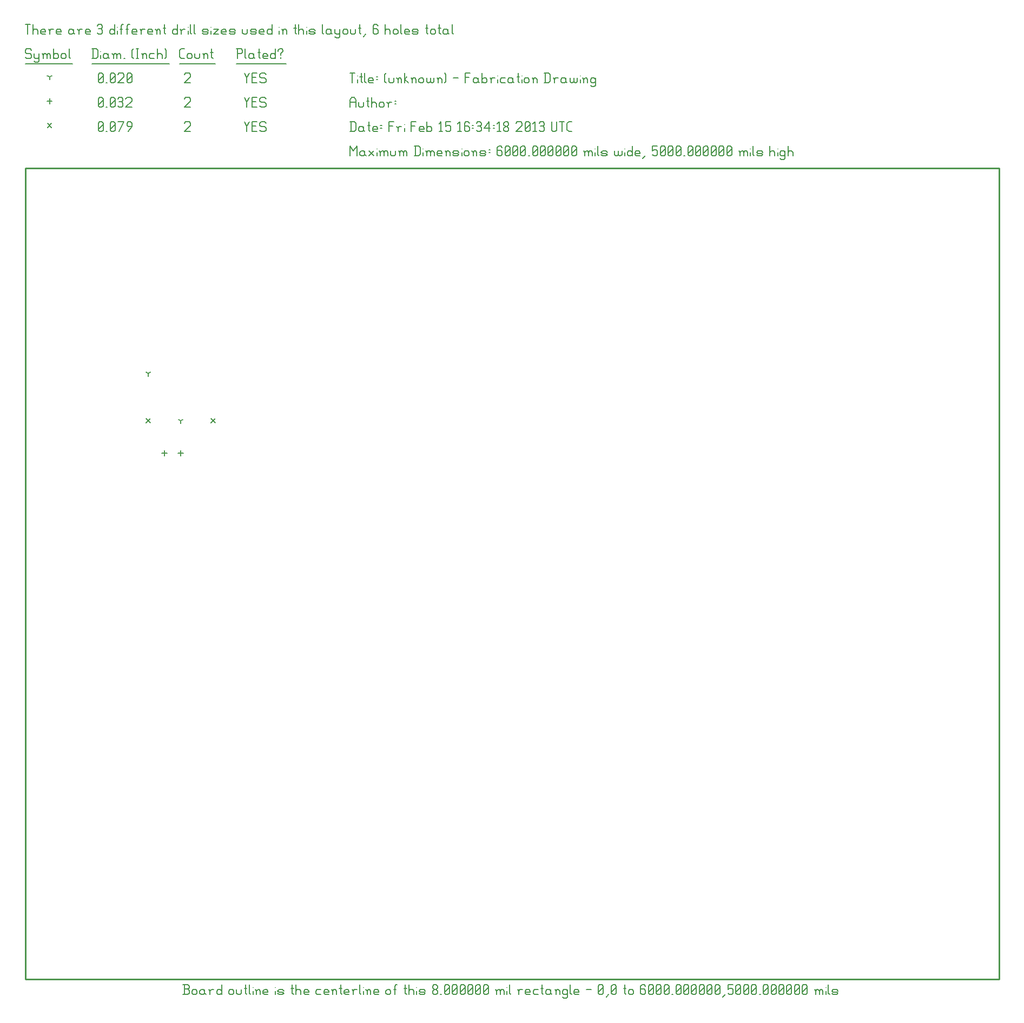
<source format=gbr>
G04 start of page 8 for group -3984 idx -3984 *
G04 Title: (unknown), fab *
G04 Creator: pcb 20110918 *
G04 CreationDate: Fri Feb 15 16:34:18 2013 UTC *
G04 For: fosse *
G04 Format: Gerber/RS-274X *
G04 PCB-Dimensions: 600000 500000 *
G04 PCB-Coordinate-Origin: lower left *
%MOIN*%
%FSLAX25Y25*%
%LNFAB*%
%ADD34C,0.0100*%
%ADD33C,0.0075*%
%ADD32C,0.0060*%
%ADD31C,0.0080*%
G54D31*X74587Y345491D02*X76987Y343091D01*
X74587D02*X76987Y345491D01*
X114587D02*X116987Y343091D01*
X114587D02*X116987Y345491D01*
X13800Y527450D02*X16200Y525050D01*
X13800D02*X16200Y527450D01*
G54D32*X135000Y528500D02*X136500Y525500D01*
X138000Y528500D01*
X136500Y525500D02*Y522500D01*
X139800Y525800D02*X142050D01*
X139800Y522500D02*X142800D01*
X139800Y528500D02*Y522500D01*
Y528500D02*X142800D01*
X147600D02*X148350Y527750D01*
X145350Y528500D02*X147600D01*
X144600Y527750D02*X145350Y528500D01*
X144600Y527750D02*Y526250D01*
X145350Y525500D01*
X147600D01*
X148350Y524750D01*
Y523250D01*
X147600Y522500D02*X148350Y523250D01*
X145350Y522500D02*X147600D01*
X144600Y523250D02*X145350Y522500D01*
X98000Y527750D02*X98750Y528500D01*
X101000D01*
X101750Y527750D01*
Y526250D01*
X98000Y522500D02*X101750Y526250D01*
X98000Y522500D02*X101750D01*
X45000Y523250D02*X45750Y522500D01*
X45000Y527750D02*Y523250D01*
Y527750D02*X45750Y528500D01*
X47250D01*
X48000Y527750D01*
Y523250D01*
X47250Y522500D02*X48000Y523250D01*
X45750Y522500D02*X47250D01*
X45000Y524000D02*X48000Y527000D01*
X49800Y522500D02*X50550D01*
X52350Y523250D02*X53100Y522500D01*
X52350Y527750D02*Y523250D01*
Y527750D02*X53100Y528500D01*
X54600D01*
X55350Y527750D01*
Y523250D01*
X54600Y522500D02*X55350Y523250D01*
X53100Y522500D02*X54600D01*
X52350Y524000D02*X55350Y527000D01*
X57900Y522500D02*X60900Y528500D01*
X57150D02*X60900D01*
X63450Y522500D02*X65700Y525500D01*
Y527750D02*Y525500D01*
X64950Y528500D02*X65700Y527750D01*
X63450Y528500D02*X64950D01*
X62700Y527750D02*X63450Y528500D01*
X62700Y527750D02*Y526250D01*
X63450Y525500D01*
X65700D01*
X85787Y325891D02*Y322691D01*
X84187Y324291D02*X87387D01*
X95787Y325891D02*Y322691D01*
X94187Y324291D02*X97387D01*
X15000Y542850D02*Y539650D01*
X13400Y541250D02*X16600D01*
X135000Y543500D02*X136500Y540500D01*
X138000Y543500D01*
X136500Y540500D02*Y537500D01*
X139800Y540800D02*X142050D01*
X139800Y537500D02*X142800D01*
X139800Y543500D02*Y537500D01*
Y543500D02*X142800D01*
X147600D02*X148350Y542750D01*
X145350Y543500D02*X147600D01*
X144600Y542750D02*X145350Y543500D01*
X144600Y542750D02*Y541250D01*
X145350Y540500D01*
X147600D01*
X148350Y539750D01*
Y538250D01*
X147600Y537500D02*X148350Y538250D01*
X145350Y537500D02*X147600D01*
X144600Y538250D02*X145350Y537500D01*
X98000Y542750D02*X98750Y543500D01*
X101000D01*
X101750Y542750D01*
Y541250D01*
X98000Y537500D02*X101750Y541250D01*
X98000Y537500D02*X101750D01*
X45000Y538250D02*X45750Y537500D01*
X45000Y542750D02*Y538250D01*
Y542750D02*X45750Y543500D01*
X47250D01*
X48000Y542750D01*
Y538250D01*
X47250Y537500D02*X48000Y538250D01*
X45750Y537500D02*X47250D01*
X45000Y539000D02*X48000Y542000D01*
X49800Y537500D02*X50550D01*
X52350Y538250D02*X53100Y537500D01*
X52350Y542750D02*Y538250D01*
Y542750D02*X53100Y543500D01*
X54600D01*
X55350Y542750D01*
Y538250D01*
X54600Y537500D02*X55350Y538250D01*
X53100Y537500D02*X54600D01*
X52350Y539000D02*X55350Y542000D01*
X57150Y542750D02*X57900Y543500D01*
X59400D01*
X60150Y542750D01*
X59400Y537500D02*X60150Y538250D01*
X57900Y537500D02*X59400D01*
X57150Y538250D02*X57900Y537500D01*
Y540800D02*X59400D01*
X60150Y542750D02*Y541550D01*
Y540050D02*Y538250D01*
Y540050D02*X59400Y540800D01*
X60150Y541550D02*X59400Y540800D01*
X61950Y542750D02*X62700Y543500D01*
X64950D01*
X65700Y542750D01*
Y541250D01*
X61950Y537500D02*X65700Y541250D01*
X61950Y537500D02*X65700D01*
X95787Y344291D02*Y342691D01*
Y344291D02*X97174Y345091D01*
X95787Y344291D02*X94401Y345091D01*
X75787Y373307D02*Y371707D01*
Y373307D02*X77174Y374107D01*
X75787Y373307D02*X74400Y374107D01*
X15000Y556250D02*Y554650D01*
Y556250D02*X16387Y557050D01*
X15000Y556250D02*X13613Y557050D01*
X135000Y558500D02*X136500Y555500D01*
X138000Y558500D01*
X136500Y555500D02*Y552500D01*
X139800Y555800D02*X142050D01*
X139800Y552500D02*X142800D01*
X139800Y558500D02*Y552500D01*
Y558500D02*X142800D01*
X147600D02*X148350Y557750D01*
X145350Y558500D02*X147600D01*
X144600Y557750D02*X145350Y558500D01*
X144600Y557750D02*Y556250D01*
X145350Y555500D01*
X147600D01*
X148350Y554750D01*
Y553250D01*
X147600Y552500D02*X148350Y553250D01*
X145350Y552500D02*X147600D01*
X144600Y553250D02*X145350Y552500D01*
X98000Y557750D02*X98750Y558500D01*
X101000D01*
X101750Y557750D01*
Y556250D01*
X98000Y552500D02*X101750Y556250D01*
X98000Y552500D02*X101750D01*
X45000Y553250D02*X45750Y552500D01*
X45000Y557750D02*Y553250D01*
Y557750D02*X45750Y558500D01*
X47250D01*
X48000Y557750D01*
Y553250D01*
X47250Y552500D02*X48000Y553250D01*
X45750Y552500D02*X47250D01*
X45000Y554000D02*X48000Y557000D01*
X49800Y552500D02*X50550D01*
X52350Y553250D02*X53100Y552500D01*
X52350Y557750D02*Y553250D01*
Y557750D02*X53100Y558500D01*
X54600D01*
X55350Y557750D01*
Y553250D01*
X54600Y552500D02*X55350Y553250D01*
X53100Y552500D02*X54600D01*
X52350Y554000D02*X55350Y557000D01*
X57150Y557750D02*X57900Y558500D01*
X60150D01*
X60900Y557750D01*
Y556250D01*
X57150Y552500D02*X60900Y556250D01*
X57150Y552500D02*X60900D01*
X62700Y553250D02*X63450Y552500D01*
X62700Y557750D02*Y553250D01*
Y557750D02*X63450Y558500D01*
X64950D01*
X65700Y557750D01*
Y553250D01*
X64950Y552500D02*X65700Y553250D01*
X63450Y552500D02*X64950D01*
X62700Y554000D02*X65700Y557000D01*
X3000Y573500D02*X3750Y572750D01*
X750Y573500D02*X3000D01*
X0Y572750D02*X750Y573500D01*
X0Y572750D02*Y571250D01*
X750Y570500D01*
X3000D01*
X3750Y569750D01*
Y568250D01*
X3000Y567500D02*X3750Y568250D01*
X750Y567500D02*X3000D01*
X0Y568250D02*X750Y567500D01*
X5550Y570500D02*Y568250D01*
X6300Y567500D01*
X8550Y570500D02*Y566000D01*
X7800Y565250D02*X8550Y566000D01*
X6300Y565250D02*X7800D01*
X5550Y566000D02*X6300Y565250D01*
Y567500D02*X7800D01*
X8550Y568250D01*
X11100Y569750D02*Y567500D01*
Y569750D02*X11850Y570500D01*
X12600D01*
X13350Y569750D01*
Y567500D01*
Y569750D02*X14100Y570500D01*
X14850D01*
X15600Y569750D01*
Y567500D01*
X10350Y570500D02*X11100Y569750D01*
X17400Y573500D02*Y567500D01*
Y568250D02*X18150Y567500D01*
X19650D01*
X20400Y568250D01*
Y569750D02*Y568250D01*
X19650Y570500D02*X20400Y569750D01*
X18150Y570500D02*X19650D01*
X17400Y569750D02*X18150Y570500D01*
X22200Y569750D02*Y568250D01*
Y569750D02*X22950Y570500D01*
X24450D01*
X25200Y569750D01*
Y568250D01*
X24450Y567500D02*X25200Y568250D01*
X22950Y567500D02*X24450D01*
X22200Y568250D02*X22950Y567500D01*
X27000Y573500D02*Y568250D01*
X27750Y567500D01*
X0Y564250D02*X29250D01*
X41750Y573500D02*Y567500D01*
X43700Y573500D02*X44750Y572450D01*
Y568550D01*
X43700Y567500D02*X44750Y568550D01*
X41000Y567500D02*X43700D01*
X41000Y573500D02*X43700D01*
G54D33*X46550Y572000D02*Y571850D01*
G54D32*Y569750D02*Y567500D01*
X50300Y570500D02*X51050Y569750D01*
X48800Y570500D02*X50300D01*
X48050Y569750D02*X48800Y570500D01*
X48050Y569750D02*Y568250D01*
X48800Y567500D01*
X51050Y570500D02*Y568250D01*
X51800Y567500D01*
X48800D02*X50300D01*
X51050Y568250D01*
X54350Y569750D02*Y567500D01*
Y569750D02*X55100Y570500D01*
X55850D01*
X56600Y569750D01*
Y567500D01*
Y569750D02*X57350Y570500D01*
X58100D01*
X58850Y569750D01*
Y567500D01*
X53600Y570500D02*X54350Y569750D01*
X60650Y567500D02*X61400D01*
X65900Y568250D02*X66650Y567500D01*
X65900Y572750D02*X66650Y573500D01*
X65900Y572750D02*Y568250D01*
X68450Y573500D02*X69950D01*
X69200D02*Y567500D01*
X68450D02*X69950D01*
X72500Y569750D02*Y567500D01*
Y569750D02*X73250Y570500D01*
X74000D01*
X74750Y569750D01*
Y567500D01*
X71750Y570500D02*X72500Y569750D01*
X77300Y570500D02*X79550D01*
X76550Y569750D02*X77300Y570500D01*
X76550Y569750D02*Y568250D01*
X77300Y567500D01*
X79550D01*
X81350Y573500D02*Y567500D01*
Y569750D02*X82100Y570500D01*
X83600D01*
X84350Y569750D01*
Y567500D01*
X86150Y573500D02*X86900Y572750D01*
Y568250D01*
X86150Y567500D02*X86900Y568250D01*
X41000Y564250D02*X88700D01*
X96050Y567500D02*X98000D01*
X95000Y568550D02*X96050Y567500D01*
X95000Y572450D02*Y568550D01*
Y572450D02*X96050Y573500D01*
X98000D01*
X99800Y569750D02*Y568250D01*
Y569750D02*X100550Y570500D01*
X102050D01*
X102800Y569750D01*
Y568250D01*
X102050Y567500D02*X102800Y568250D01*
X100550Y567500D02*X102050D01*
X99800Y568250D02*X100550Y567500D01*
X104600Y570500D02*Y568250D01*
X105350Y567500D01*
X106850D01*
X107600Y568250D01*
Y570500D02*Y568250D01*
X110150Y569750D02*Y567500D01*
Y569750D02*X110900Y570500D01*
X111650D01*
X112400Y569750D01*
Y567500D01*
X109400Y570500D02*X110150Y569750D01*
X114950Y573500D02*Y568250D01*
X115700Y567500D01*
X114200Y571250D02*X115700D01*
X95000Y564250D02*X117200D01*
X130750Y573500D02*Y567500D01*
X130000Y573500D02*X133000D01*
X133750Y572750D01*
Y571250D01*
X133000Y570500D02*X133750Y571250D01*
X130750Y570500D02*X133000D01*
X135550Y573500D02*Y568250D01*
X136300Y567500D01*
X140050Y570500D02*X140800Y569750D01*
X138550Y570500D02*X140050D01*
X137800Y569750D02*X138550Y570500D01*
X137800Y569750D02*Y568250D01*
X138550Y567500D01*
X140800Y570500D02*Y568250D01*
X141550Y567500D01*
X138550D02*X140050D01*
X140800Y568250D01*
X144100Y573500D02*Y568250D01*
X144850Y567500D01*
X143350Y571250D02*X144850D01*
X147100Y567500D02*X149350D01*
X146350Y568250D02*X147100Y567500D01*
X146350Y569750D02*Y568250D01*
Y569750D02*X147100Y570500D01*
X148600D01*
X149350Y569750D01*
X146350Y569000D02*X149350D01*
Y569750D02*Y569000D01*
X154150Y573500D02*Y567500D01*
X153400D02*X154150Y568250D01*
X151900Y567500D02*X153400D01*
X151150Y568250D02*X151900Y567500D01*
X151150Y569750D02*Y568250D01*
Y569750D02*X151900Y570500D01*
X153400D01*
X154150Y569750D01*
X157450Y570500D02*Y569750D01*
Y568250D02*Y567500D01*
X155950Y572750D02*Y572000D01*
Y572750D02*X156700Y573500D01*
X158200D01*
X158950Y572750D01*
Y572000D01*
X157450Y570500D02*X158950Y572000D01*
X130000Y564250D02*X160750D01*
X0Y588500D02*X3000D01*
X1500D02*Y582500D01*
X4800Y588500D02*Y582500D01*
Y584750D02*X5550Y585500D01*
X7050D01*
X7800Y584750D01*
Y582500D01*
X10350D02*X12600D01*
X9600Y583250D02*X10350Y582500D01*
X9600Y584750D02*Y583250D01*
Y584750D02*X10350Y585500D01*
X11850D01*
X12600Y584750D01*
X9600Y584000D02*X12600D01*
Y584750D02*Y584000D01*
X15150Y584750D02*Y582500D01*
Y584750D02*X15900Y585500D01*
X17400D01*
X14400D02*X15150Y584750D01*
X19950Y582500D02*X22200D01*
X19200Y583250D02*X19950Y582500D01*
X19200Y584750D02*Y583250D01*
Y584750D02*X19950Y585500D01*
X21450D01*
X22200Y584750D01*
X19200Y584000D02*X22200D01*
Y584750D02*Y584000D01*
X28950Y585500D02*X29700Y584750D01*
X27450Y585500D02*X28950D01*
X26700Y584750D02*X27450Y585500D01*
X26700Y584750D02*Y583250D01*
X27450Y582500D01*
X29700Y585500D02*Y583250D01*
X30450Y582500D01*
X27450D02*X28950D01*
X29700Y583250D01*
X33000Y584750D02*Y582500D01*
Y584750D02*X33750Y585500D01*
X35250D01*
X32250D02*X33000Y584750D01*
X37800Y582500D02*X40050D01*
X37050Y583250D02*X37800Y582500D01*
X37050Y584750D02*Y583250D01*
Y584750D02*X37800Y585500D01*
X39300D01*
X40050Y584750D01*
X37050Y584000D02*X40050D01*
Y584750D02*Y584000D01*
X44550Y587750D02*X45300Y588500D01*
X46800D01*
X47550Y587750D01*
X46800Y582500D02*X47550Y583250D01*
X45300Y582500D02*X46800D01*
X44550Y583250D02*X45300Y582500D01*
Y585800D02*X46800D01*
X47550Y587750D02*Y586550D01*
Y585050D02*Y583250D01*
Y585050D02*X46800Y585800D01*
X47550Y586550D02*X46800Y585800D01*
X55050Y588500D02*Y582500D01*
X54300D02*X55050Y583250D01*
X52800Y582500D02*X54300D01*
X52050Y583250D02*X52800Y582500D01*
X52050Y584750D02*Y583250D01*
Y584750D02*X52800Y585500D01*
X54300D01*
X55050Y584750D01*
G54D33*X56850Y587000D02*Y586850D01*
G54D32*Y584750D02*Y582500D01*
X59100Y587750D02*Y582500D01*
Y587750D02*X59850Y588500D01*
X60600D01*
X58350Y585500D02*X59850D01*
X62850Y587750D02*Y582500D01*
Y587750D02*X63600Y588500D01*
X64350D01*
X62100Y585500D02*X63600D01*
X66600Y582500D02*X68850D01*
X65850Y583250D02*X66600Y582500D01*
X65850Y584750D02*Y583250D01*
Y584750D02*X66600Y585500D01*
X68100D01*
X68850Y584750D01*
X65850Y584000D02*X68850D01*
Y584750D02*Y584000D01*
X71400Y584750D02*Y582500D01*
Y584750D02*X72150Y585500D01*
X73650D01*
X70650D02*X71400Y584750D01*
X76200Y582500D02*X78450D01*
X75450Y583250D02*X76200Y582500D01*
X75450Y584750D02*Y583250D01*
Y584750D02*X76200Y585500D01*
X77700D01*
X78450Y584750D01*
X75450Y584000D02*X78450D01*
Y584750D02*Y584000D01*
X81000Y584750D02*Y582500D01*
Y584750D02*X81750Y585500D01*
X82500D01*
X83250Y584750D01*
Y582500D01*
X80250Y585500D02*X81000Y584750D01*
X85800Y588500D02*Y583250D01*
X86550Y582500D01*
X85050Y586250D02*X86550D01*
X93750Y588500D02*Y582500D01*
X93000D02*X93750Y583250D01*
X91500Y582500D02*X93000D01*
X90750Y583250D02*X91500Y582500D01*
X90750Y584750D02*Y583250D01*
Y584750D02*X91500Y585500D01*
X93000D01*
X93750Y584750D01*
X96300D02*Y582500D01*
Y584750D02*X97050Y585500D01*
X98550D01*
X95550D02*X96300Y584750D01*
G54D33*X100350Y587000D02*Y586850D01*
G54D32*Y584750D02*Y582500D01*
X101850Y588500D02*Y583250D01*
X102600Y582500D01*
X104100Y588500D02*Y583250D01*
X104850Y582500D01*
X109800D02*X112050D01*
X112800Y583250D01*
X112050Y584000D02*X112800Y583250D01*
X109800Y584000D02*X112050D01*
X109050Y584750D02*X109800Y584000D01*
X109050Y584750D02*X109800Y585500D01*
X112050D01*
X112800Y584750D01*
X109050Y583250D02*X109800Y582500D01*
G54D33*X114600Y587000D02*Y586850D01*
G54D32*Y584750D02*Y582500D01*
X116100Y585500D02*X119100D01*
X116100Y582500D02*X119100Y585500D01*
X116100Y582500D02*X119100D01*
X121650D02*X123900D01*
X120900Y583250D02*X121650Y582500D01*
X120900Y584750D02*Y583250D01*
Y584750D02*X121650Y585500D01*
X123150D01*
X123900Y584750D01*
X120900Y584000D02*X123900D01*
Y584750D02*Y584000D01*
X126450Y582500D02*X128700D01*
X129450Y583250D01*
X128700Y584000D02*X129450Y583250D01*
X126450Y584000D02*X128700D01*
X125700Y584750D02*X126450Y584000D01*
X125700Y584750D02*X126450Y585500D01*
X128700D01*
X129450Y584750D01*
X125700Y583250D02*X126450Y582500D01*
X133950Y585500D02*Y583250D01*
X134700Y582500D01*
X136200D01*
X136950Y583250D01*
Y585500D02*Y583250D01*
X139500Y582500D02*X141750D01*
X142500Y583250D01*
X141750Y584000D02*X142500Y583250D01*
X139500Y584000D02*X141750D01*
X138750Y584750D02*X139500Y584000D01*
X138750Y584750D02*X139500Y585500D01*
X141750D01*
X142500Y584750D01*
X138750Y583250D02*X139500Y582500D01*
X145050D02*X147300D01*
X144300Y583250D02*X145050Y582500D01*
X144300Y584750D02*Y583250D01*
Y584750D02*X145050Y585500D01*
X146550D01*
X147300Y584750D01*
X144300Y584000D02*X147300D01*
Y584750D02*Y584000D01*
X152100Y588500D02*Y582500D01*
X151350D02*X152100Y583250D01*
X149850Y582500D02*X151350D01*
X149100Y583250D02*X149850Y582500D01*
X149100Y584750D02*Y583250D01*
Y584750D02*X149850Y585500D01*
X151350D01*
X152100Y584750D01*
G54D33*X156600Y587000D02*Y586850D01*
G54D32*Y584750D02*Y582500D01*
X158850Y584750D02*Y582500D01*
Y584750D02*X159600Y585500D01*
X160350D01*
X161100Y584750D01*
Y582500D01*
X158100Y585500D02*X158850Y584750D01*
X166350Y588500D02*Y583250D01*
X167100Y582500D01*
X165600Y586250D02*X167100D01*
X168600Y588500D02*Y582500D01*
Y584750D02*X169350Y585500D01*
X170850D01*
X171600Y584750D01*
Y582500D01*
G54D33*X173400Y587000D02*Y586850D01*
G54D32*Y584750D02*Y582500D01*
X175650D02*X177900D01*
X178650Y583250D01*
X177900Y584000D02*X178650Y583250D01*
X175650Y584000D02*X177900D01*
X174900Y584750D02*X175650Y584000D01*
X174900Y584750D02*X175650Y585500D01*
X177900D01*
X178650Y584750D01*
X174900Y583250D02*X175650Y582500D01*
X183150Y588500D02*Y583250D01*
X183900Y582500D01*
X187650Y585500D02*X188400Y584750D01*
X186150Y585500D02*X187650D01*
X185400Y584750D02*X186150Y585500D01*
X185400Y584750D02*Y583250D01*
X186150Y582500D01*
X188400Y585500D02*Y583250D01*
X189150Y582500D01*
X186150D02*X187650D01*
X188400Y583250D01*
X190950Y585500D02*Y583250D01*
X191700Y582500D01*
X193950Y585500D02*Y581000D01*
X193200Y580250D02*X193950Y581000D01*
X191700Y580250D02*X193200D01*
X190950Y581000D02*X191700Y580250D01*
Y582500D02*X193200D01*
X193950Y583250D01*
X195750Y584750D02*Y583250D01*
Y584750D02*X196500Y585500D01*
X198000D01*
X198750Y584750D01*
Y583250D01*
X198000Y582500D02*X198750Y583250D01*
X196500Y582500D02*X198000D01*
X195750Y583250D02*X196500Y582500D01*
X200550Y585500D02*Y583250D01*
X201300Y582500D01*
X202800D01*
X203550Y583250D01*
Y585500D02*Y583250D01*
X206100Y588500D02*Y583250D01*
X206850Y582500D01*
X205350Y586250D02*X206850D01*
X208350Y581000D02*X209850Y582500D01*
X216600Y588500D02*X217350Y587750D01*
X215100Y588500D02*X216600D01*
X214350Y587750D02*X215100Y588500D01*
X214350Y587750D02*Y583250D01*
X215100Y582500D01*
X216600Y585800D02*X217350Y585050D01*
X214350Y585800D02*X216600D01*
X215100Y582500D02*X216600D01*
X217350Y583250D01*
Y585050D02*Y583250D01*
X221850Y588500D02*Y582500D01*
Y584750D02*X222600Y585500D01*
X224100D01*
X224850Y584750D01*
Y582500D01*
X226650Y584750D02*Y583250D01*
Y584750D02*X227400Y585500D01*
X228900D01*
X229650Y584750D01*
Y583250D01*
X228900Y582500D02*X229650Y583250D01*
X227400Y582500D02*X228900D01*
X226650Y583250D02*X227400Y582500D01*
X231450Y588500D02*Y583250D01*
X232200Y582500D01*
X234450D02*X236700D01*
X233700Y583250D02*X234450Y582500D01*
X233700Y584750D02*Y583250D01*
Y584750D02*X234450Y585500D01*
X235950D01*
X236700Y584750D01*
X233700Y584000D02*X236700D01*
Y584750D02*Y584000D01*
X239250Y582500D02*X241500D01*
X242250Y583250D01*
X241500Y584000D02*X242250Y583250D01*
X239250Y584000D02*X241500D01*
X238500Y584750D02*X239250Y584000D01*
X238500Y584750D02*X239250Y585500D01*
X241500D01*
X242250Y584750D01*
X238500Y583250D02*X239250Y582500D01*
X247500Y588500D02*Y583250D01*
X248250Y582500D01*
X246750Y586250D02*X248250D01*
X249750Y584750D02*Y583250D01*
Y584750D02*X250500Y585500D01*
X252000D01*
X252750Y584750D01*
Y583250D01*
X252000Y582500D02*X252750Y583250D01*
X250500Y582500D02*X252000D01*
X249750Y583250D02*X250500Y582500D01*
X255300Y588500D02*Y583250D01*
X256050Y582500D01*
X254550Y586250D02*X256050D01*
X259800Y585500D02*X260550Y584750D01*
X258300Y585500D02*X259800D01*
X257550Y584750D02*X258300Y585500D01*
X257550Y584750D02*Y583250D01*
X258300Y582500D01*
X260550Y585500D02*Y583250D01*
X261300Y582500D01*
X258300D02*X259800D01*
X260550Y583250D01*
X263100Y588500D02*Y583250D01*
X263850Y582500D01*
G54D34*X0Y500000D02*X600000D01*
X0D02*Y0D01*
X600000Y500000D02*Y0D01*
X0D02*X600000D01*
G54D32*X200000Y513500D02*Y507500D01*
Y513500D02*X202250Y510500D01*
X204500Y513500D01*
Y507500D01*
X208550Y510500D02*X209300Y509750D01*
X207050Y510500D02*X208550D01*
X206300Y509750D02*X207050Y510500D01*
X206300Y509750D02*Y508250D01*
X207050Y507500D01*
X209300Y510500D02*Y508250D01*
X210050Y507500D01*
X207050D02*X208550D01*
X209300Y508250D01*
X211850Y510500D02*X214850Y507500D01*
X211850D02*X214850Y510500D01*
G54D33*X216650Y512000D02*Y511850D01*
G54D32*Y509750D02*Y507500D01*
X218900Y509750D02*Y507500D01*
Y509750D02*X219650Y510500D01*
X220400D01*
X221150Y509750D01*
Y507500D01*
Y509750D02*X221900Y510500D01*
X222650D01*
X223400Y509750D01*
Y507500D01*
X218150Y510500D02*X218900Y509750D01*
X225200Y510500D02*Y508250D01*
X225950Y507500D01*
X227450D01*
X228200Y508250D01*
Y510500D02*Y508250D01*
X230750Y509750D02*Y507500D01*
Y509750D02*X231500Y510500D01*
X232250D01*
X233000Y509750D01*
Y507500D01*
Y509750D02*X233750Y510500D01*
X234500D01*
X235250Y509750D01*
Y507500D01*
X230000Y510500D02*X230750Y509750D01*
X240500Y513500D02*Y507500D01*
X242450Y513500D02*X243500Y512450D01*
Y508550D01*
X242450Y507500D02*X243500Y508550D01*
X239750Y507500D02*X242450D01*
X239750Y513500D02*X242450D01*
G54D33*X245300Y512000D02*Y511850D01*
G54D32*Y509750D02*Y507500D01*
X247550Y509750D02*Y507500D01*
Y509750D02*X248300Y510500D01*
X249050D01*
X249800Y509750D01*
Y507500D01*
Y509750D02*X250550Y510500D01*
X251300D01*
X252050Y509750D01*
Y507500D01*
X246800Y510500D02*X247550Y509750D01*
X254600Y507500D02*X256850D01*
X253850Y508250D02*X254600Y507500D01*
X253850Y509750D02*Y508250D01*
Y509750D02*X254600Y510500D01*
X256100D01*
X256850Y509750D01*
X253850Y509000D02*X256850D01*
Y509750D02*Y509000D01*
X259400Y509750D02*Y507500D01*
Y509750D02*X260150Y510500D01*
X260900D01*
X261650Y509750D01*
Y507500D01*
X258650Y510500D02*X259400Y509750D01*
X264200Y507500D02*X266450D01*
X267200Y508250D01*
X266450Y509000D02*X267200Y508250D01*
X264200Y509000D02*X266450D01*
X263450Y509750D02*X264200Y509000D01*
X263450Y509750D02*X264200Y510500D01*
X266450D01*
X267200Y509750D01*
X263450Y508250D02*X264200Y507500D01*
G54D33*X269000Y512000D02*Y511850D01*
G54D32*Y509750D02*Y507500D01*
X270500Y509750D02*Y508250D01*
Y509750D02*X271250Y510500D01*
X272750D01*
X273500Y509750D01*
Y508250D01*
X272750Y507500D02*X273500Y508250D01*
X271250Y507500D02*X272750D01*
X270500Y508250D02*X271250Y507500D01*
X276050Y509750D02*Y507500D01*
Y509750D02*X276800Y510500D01*
X277550D01*
X278300Y509750D01*
Y507500D01*
X275300Y510500D02*X276050Y509750D01*
X280850Y507500D02*X283100D01*
X283850Y508250D01*
X283100Y509000D02*X283850Y508250D01*
X280850Y509000D02*X283100D01*
X280100Y509750D02*X280850Y509000D01*
X280100Y509750D02*X280850Y510500D01*
X283100D01*
X283850Y509750D01*
X280100Y508250D02*X280850Y507500D01*
X285650Y511250D02*X286400D01*
X285650Y509750D02*X286400D01*
X293150Y513500D02*X293900Y512750D01*
X291650Y513500D02*X293150D01*
X290900Y512750D02*X291650Y513500D01*
X290900Y512750D02*Y508250D01*
X291650Y507500D01*
X293150Y510800D02*X293900Y510050D01*
X290900Y510800D02*X293150D01*
X291650Y507500D02*X293150D01*
X293900Y508250D01*
Y510050D02*Y508250D01*
X295700D02*X296450Y507500D01*
X295700Y512750D02*Y508250D01*
Y512750D02*X296450Y513500D01*
X297950D01*
X298700Y512750D01*
Y508250D01*
X297950Y507500D02*X298700Y508250D01*
X296450Y507500D02*X297950D01*
X295700Y509000D02*X298700Y512000D01*
X300500Y508250D02*X301250Y507500D01*
X300500Y512750D02*Y508250D01*
Y512750D02*X301250Y513500D01*
X302750D01*
X303500Y512750D01*
Y508250D01*
X302750Y507500D02*X303500Y508250D01*
X301250Y507500D02*X302750D01*
X300500Y509000D02*X303500Y512000D01*
X305300Y508250D02*X306050Y507500D01*
X305300Y512750D02*Y508250D01*
Y512750D02*X306050Y513500D01*
X307550D01*
X308300Y512750D01*
Y508250D01*
X307550Y507500D02*X308300Y508250D01*
X306050Y507500D02*X307550D01*
X305300Y509000D02*X308300Y512000D01*
X310100Y507500D02*X310850D01*
X312650Y508250D02*X313400Y507500D01*
X312650Y512750D02*Y508250D01*
Y512750D02*X313400Y513500D01*
X314900D01*
X315650Y512750D01*
Y508250D01*
X314900Y507500D02*X315650Y508250D01*
X313400Y507500D02*X314900D01*
X312650Y509000D02*X315650Y512000D01*
X317450Y508250D02*X318200Y507500D01*
X317450Y512750D02*Y508250D01*
Y512750D02*X318200Y513500D01*
X319700D01*
X320450Y512750D01*
Y508250D01*
X319700Y507500D02*X320450Y508250D01*
X318200Y507500D02*X319700D01*
X317450Y509000D02*X320450Y512000D01*
X322250Y508250D02*X323000Y507500D01*
X322250Y512750D02*Y508250D01*
Y512750D02*X323000Y513500D01*
X324500D01*
X325250Y512750D01*
Y508250D01*
X324500Y507500D02*X325250Y508250D01*
X323000Y507500D02*X324500D01*
X322250Y509000D02*X325250Y512000D01*
X327050Y508250D02*X327800Y507500D01*
X327050Y512750D02*Y508250D01*
Y512750D02*X327800Y513500D01*
X329300D01*
X330050Y512750D01*
Y508250D01*
X329300Y507500D02*X330050Y508250D01*
X327800Y507500D02*X329300D01*
X327050Y509000D02*X330050Y512000D01*
X331850Y508250D02*X332600Y507500D01*
X331850Y512750D02*Y508250D01*
Y512750D02*X332600Y513500D01*
X334100D01*
X334850Y512750D01*
Y508250D01*
X334100Y507500D02*X334850Y508250D01*
X332600Y507500D02*X334100D01*
X331850Y509000D02*X334850Y512000D01*
X336650Y508250D02*X337400Y507500D01*
X336650Y512750D02*Y508250D01*
Y512750D02*X337400Y513500D01*
X338900D01*
X339650Y512750D01*
Y508250D01*
X338900Y507500D02*X339650Y508250D01*
X337400Y507500D02*X338900D01*
X336650Y509000D02*X339650Y512000D01*
X344900Y509750D02*Y507500D01*
Y509750D02*X345650Y510500D01*
X346400D01*
X347150Y509750D01*
Y507500D01*
Y509750D02*X347900Y510500D01*
X348650D01*
X349400Y509750D01*
Y507500D01*
X344150Y510500D02*X344900Y509750D01*
G54D33*X351200Y512000D02*Y511850D01*
G54D32*Y509750D02*Y507500D01*
X352700Y513500D02*Y508250D01*
X353450Y507500D01*
X355700D02*X357950D01*
X358700Y508250D01*
X357950Y509000D02*X358700Y508250D01*
X355700Y509000D02*X357950D01*
X354950Y509750D02*X355700Y509000D01*
X354950Y509750D02*X355700Y510500D01*
X357950D01*
X358700Y509750D01*
X354950Y508250D02*X355700Y507500D01*
X363200Y510500D02*Y508250D01*
X363950Y507500D01*
X364700D01*
X365450Y508250D01*
Y510500D02*Y508250D01*
X366200Y507500D01*
X366950D01*
X367700Y508250D01*
Y510500D02*Y508250D01*
G54D33*X369500Y512000D02*Y511850D01*
G54D32*Y509750D02*Y507500D01*
X374000Y513500D02*Y507500D01*
X373250D02*X374000Y508250D01*
X371750Y507500D02*X373250D01*
X371000Y508250D02*X371750Y507500D01*
X371000Y509750D02*Y508250D01*
Y509750D02*X371750Y510500D01*
X373250D01*
X374000Y509750D01*
X376550Y507500D02*X378800D01*
X375800Y508250D02*X376550Y507500D01*
X375800Y509750D02*Y508250D01*
Y509750D02*X376550Y510500D01*
X378050D01*
X378800Y509750D01*
X375800Y509000D02*X378800D01*
Y509750D02*Y509000D01*
X380600Y506000D02*X382100Y507500D01*
X386600Y513500D02*X389600D01*
X386600D02*Y510500D01*
X387350Y511250D01*
X388850D01*
X389600Y510500D01*
Y508250D01*
X388850Y507500D02*X389600Y508250D01*
X387350Y507500D02*X388850D01*
X386600Y508250D02*X387350Y507500D01*
X391400Y508250D02*X392150Y507500D01*
X391400Y512750D02*Y508250D01*
Y512750D02*X392150Y513500D01*
X393650D01*
X394400Y512750D01*
Y508250D01*
X393650Y507500D02*X394400Y508250D01*
X392150Y507500D02*X393650D01*
X391400Y509000D02*X394400Y512000D01*
X396200Y508250D02*X396950Y507500D01*
X396200Y512750D02*Y508250D01*
Y512750D02*X396950Y513500D01*
X398450D01*
X399200Y512750D01*
Y508250D01*
X398450Y507500D02*X399200Y508250D01*
X396950Y507500D02*X398450D01*
X396200Y509000D02*X399200Y512000D01*
X401000Y508250D02*X401750Y507500D01*
X401000Y512750D02*Y508250D01*
Y512750D02*X401750Y513500D01*
X403250D01*
X404000Y512750D01*
Y508250D01*
X403250Y507500D02*X404000Y508250D01*
X401750Y507500D02*X403250D01*
X401000Y509000D02*X404000Y512000D01*
X405800Y507500D02*X406550D01*
X408350Y508250D02*X409100Y507500D01*
X408350Y512750D02*Y508250D01*
Y512750D02*X409100Y513500D01*
X410600D01*
X411350Y512750D01*
Y508250D01*
X410600Y507500D02*X411350Y508250D01*
X409100Y507500D02*X410600D01*
X408350Y509000D02*X411350Y512000D01*
X413150Y508250D02*X413900Y507500D01*
X413150Y512750D02*Y508250D01*
Y512750D02*X413900Y513500D01*
X415400D01*
X416150Y512750D01*
Y508250D01*
X415400Y507500D02*X416150Y508250D01*
X413900Y507500D02*X415400D01*
X413150Y509000D02*X416150Y512000D01*
X417950Y508250D02*X418700Y507500D01*
X417950Y512750D02*Y508250D01*
Y512750D02*X418700Y513500D01*
X420200D01*
X420950Y512750D01*
Y508250D01*
X420200Y507500D02*X420950Y508250D01*
X418700Y507500D02*X420200D01*
X417950Y509000D02*X420950Y512000D01*
X422750Y508250D02*X423500Y507500D01*
X422750Y512750D02*Y508250D01*
Y512750D02*X423500Y513500D01*
X425000D01*
X425750Y512750D01*
Y508250D01*
X425000Y507500D02*X425750Y508250D01*
X423500Y507500D02*X425000D01*
X422750Y509000D02*X425750Y512000D01*
X427550Y508250D02*X428300Y507500D01*
X427550Y512750D02*Y508250D01*
Y512750D02*X428300Y513500D01*
X429800D01*
X430550Y512750D01*
Y508250D01*
X429800Y507500D02*X430550Y508250D01*
X428300Y507500D02*X429800D01*
X427550Y509000D02*X430550Y512000D01*
X432350Y508250D02*X433100Y507500D01*
X432350Y512750D02*Y508250D01*
Y512750D02*X433100Y513500D01*
X434600D01*
X435350Y512750D01*
Y508250D01*
X434600Y507500D02*X435350Y508250D01*
X433100Y507500D02*X434600D01*
X432350Y509000D02*X435350Y512000D01*
X440600Y509750D02*Y507500D01*
Y509750D02*X441350Y510500D01*
X442100D01*
X442850Y509750D01*
Y507500D01*
Y509750D02*X443600Y510500D01*
X444350D01*
X445100Y509750D01*
Y507500D01*
X439850Y510500D02*X440600Y509750D01*
G54D33*X446900Y512000D02*Y511850D01*
G54D32*Y509750D02*Y507500D01*
X448400Y513500D02*Y508250D01*
X449150Y507500D01*
X451400D02*X453650D01*
X454400Y508250D01*
X453650Y509000D02*X454400Y508250D01*
X451400Y509000D02*X453650D01*
X450650Y509750D02*X451400Y509000D01*
X450650Y509750D02*X451400Y510500D01*
X453650D01*
X454400Y509750D01*
X450650Y508250D02*X451400Y507500D01*
X458900Y513500D02*Y507500D01*
Y509750D02*X459650Y510500D01*
X461150D01*
X461900Y509750D01*
Y507500D01*
G54D33*X463700Y512000D02*Y511850D01*
G54D32*Y509750D02*Y507500D01*
X467450Y510500D02*X468200Y509750D01*
X465950Y510500D02*X467450D01*
X465200Y509750D02*X465950Y510500D01*
X465200Y509750D02*Y508250D01*
X465950Y507500D01*
X467450D01*
X468200Y508250D01*
X465200Y506000D02*X465950Y505250D01*
X467450D01*
X468200Y506000D01*
Y510500D02*Y506000D01*
X470000Y513500D02*Y507500D01*
Y509750D02*X470750Y510500D01*
X472250D01*
X473000Y509750D01*
Y507500D01*
X97275Y-9500D02*X100275D01*
X101025Y-8750D01*
Y-6950D02*Y-8750D01*
X100275Y-6200D02*X101025Y-6950D01*
X98025Y-6200D02*X100275D01*
X98025Y-3500D02*Y-9500D01*
X97275Y-3500D02*X100275D01*
X101025Y-4250D01*
Y-5450D01*
X100275Y-6200D02*X101025Y-5450D01*
X102825Y-7250D02*Y-8750D01*
Y-7250D02*X103575Y-6500D01*
X105075D01*
X105825Y-7250D01*
Y-8750D01*
X105075Y-9500D02*X105825Y-8750D01*
X103575Y-9500D02*X105075D01*
X102825Y-8750D02*X103575Y-9500D01*
X109875Y-6500D02*X110625Y-7250D01*
X108375Y-6500D02*X109875D01*
X107625Y-7250D02*X108375Y-6500D01*
X107625Y-7250D02*Y-8750D01*
X108375Y-9500D01*
X110625Y-6500D02*Y-8750D01*
X111375Y-9500D01*
X108375D02*X109875D01*
X110625Y-8750D01*
X113925Y-7250D02*Y-9500D01*
Y-7250D02*X114675Y-6500D01*
X116175D01*
X113175D02*X113925Y-7250D01*
X120975Y-3500D02*Y-9500D01*
X120225D02*X120975Y-8750D01*
X118725Y-9500D02*X120225D01*
X117975Y-8750D02*X118725Y-9500D01*
X117975Y-7250D02*Y-8750D01*
Y-7250D02*X118725Y-6500D01*
X120225D01*
X120975Y-7250D01*
X125475D02*Y-8750D01*
Y-7250D02*X126225Y-6500D01*
X127725D01*
X128475Y-7250D01*
Y-8750D01*
X127725Y-9500D02*X128475Y-8750D01*
X126225Y-9500D02*X127725D01*
X125475Y-8750D02*X126225Y-9500D01*
X130275Y-6500D02*Y-8750D01*
X131025Y-9500D01*
X132525D01*
X133275Y-8750D01*
Y-6500D02*Y-8750D01*
X135825Y-3500D02*Y-8750D01*
X136575Y-9500D01*
X135075Y-5750D02*X136575D01*
X138075Y-3500D02*Y-8750D01*
X138825Y-9500D01*
G54D33*X140325Y-5000D02*Y-5150D01*
G54D32*Y-7250D02*Y-9500D01*
X142575Y-7250D02*Y-9500D01*
Y-7250D02*X143325Y-6500D01*
X144075D01*
X144825Y-7250D01*
Y-9500D01*
X141825Y-6500D02*X142575Y-7250D01*
X147375Y-9500D02*X149625D01*
X146625Y-8750D02*X147375Y-9500D01*
X146625Y-7250D02*Y-8750D01*
Y-7250D02*X147375Y-6500D01*
X148875D01*
X149625Y-7250D01*
X146625Y-8000D02*X149625D01*
Y-7250D02*Y-8000D01*
G54D33*X154125Y-5000D02*Y-5150D01*
G54D32*Y-7250D02*Y-9500D01*
X156375D02*X158625D01*
X159375Y-8750D01*
X158625Y-8000D02*X159375Y-8750D01*
X156375Y-8000D02*X158625D01*
X155625Y-7250D02*X156375Y-8000D01*
X155625Y-7250D02*X156375Y-6500D01*
X158625D01*
X159375Y-7250D01*
X155625Y-8750D02*X156375Y-9500D01*
X164625Y-3500D02*Y-8750D01*
X165375Y-9500D01*
X163875Y-5750D02*X165375D01*
X166875Y-3500D02*Y-9500D01*
Y-7250D02*X167625Y-6500D01*
X169125D01*
X169875Y-7250D01*
Y-9500D01*
X172425D02*X174675D01*
X171675Y-8750D02*X172425Y-9500D01*
X171675Y-7250D02*Y-8750D01*
Y-7250D02*X172425Y-6500D01*
X173925D01*
X174675Y-7250D01*
X171675Y-8000D02*X174675D01*
Y-7250D02*Y-8000D01*
X179925Y-6500D02*X182175D01*
X179175Y-7250D02*X179925Y-6500D01*
X179175Y-7250D02*Y-8750D01*
X179925Y-9500D01*
X182175D01*
X184725D02*X186975D01*
X183975Y-8750D02*X184725Y-9500D01*
X183975Y-7250D02*Y-8750D01*
Y-7250D02*X184725Y-6500D01*
X186225D01*
X186975Y-7250D01*
X183975Y-8000D02*X186975D01*
Y-7250D02*Y-8000D01*
X189525Y-7250D02*Y-9500D01*
Y-7250D02*X190275Y-6500D01*
X191025D01*
X191775Y-7250D01*
Y-9500D01*
X188775Y-6500D02*X189525Y-7250D01*
X194325Y-3500D02*Y-8750D01*
X195075Y-9500D01*
X193575Y-5750D02*X195075D01*
X197325Y-9500D02*X199575D01*
X196575Y-8750D02*X197325Y-9500D01*
X196575Y-7250D02*Y-8750D01*
Y-7250D02*X197325Y-6500D01*
X198825D01*
X199575Y-7250D01*
X196575Y-8000D02*X199575D01*
Y-7250D02*Y-8000D01*
X202125Y-7250D02*Y-9500D01*
Y-7250D02*X202875Y-6500D01*
X204375D01*
X201375D02*X202125Y-7250D01*
X206175Y-3500D02*Y-8750D01*
X206925Y-9500D01*
G54D33*X208425Y-5000D02*Y-5150D01*
G54D32*Y-7250D02*Y-9500D01*
X210675Y-7250D02*Y-9500D01*
Y-7250D02*X211425Y-6500D01*
X212175D01*
X212925Y-7250D01*
Y-9500D01*
X209925Y-6500D02*X210675Y-7250D01*
X215475Y-9500D02*X217725D01*
X214725Y-8750D02*X215475Y-9500D01*
X214725Y-7250D02*Y-8750D01*
Y-7250D02*X215475Y-6500D01*
X216975D01*
X217725Y-7250D01*
X214725Y-8000D02*X217725D01*
Y-7250D02*Y-8000D01*
X222225Y-7250D02*Y-8750D01*
Y-7250D02*X222975Y-6500D01*
X224475D01*
X225225Y-7250D01*
Y-8750D01*
X224475Y-9500D02*X225225Y-8750D01*
X222975Y-9500D02*X224475D01*
X222225Y-8750D02*X222975Y-9500D01*
X227775Y-4250D02*Y-9500D01*
Y-4250D02*X228525Y-3500D01*
X229275D01*
X227025Y-6500D02*X228525D01*
X234225Y-3500D02*Y-8750D01*
X234975Y-9500D01*
X233475Y-5750D02*X234975D01*
X236475Y-3500D02*Y-9500D01*
Y-7250D02*X237225Y-6500D01*
X238725D01*
X239475Y-7250D01*
Y-9500D01*
G54D33*X241275Y-5000D02*Y-5150D01*
G54D32*Y-7250D02*Y-9500D01*
X243525D02*X245775D01*
X246525Y-8750D01*
X245775Y-8000D02*X246525Y-8750D01*
X243525Y-8000D02*X245775D01*
X242775Y-7250D02*X243525Y-8000D01*
X242775Y-7250D02*X243525Y-6500D01*
X245775D01*
X246525Y-7250D01*
X242775Y-8750D02*X243525Y-9500D01*
X251025Y-8750D02*X251775Y-9500D01*
X251025Y-7550D02*Y-8750D01*
Y-7550D02*X252075Y-6500D01*
X252975D01*
X254025Y-7550D01*
Y-8750D01*
X253275Y-9500D02*X254025Y-8750D01*
X251775Y-9500D02*X253275D01*
X251025Y-5450D02*X252075Y-6500D01*
X251025Y-4250D02*Y-5450D01*
Y-4250D02*X251775Y-3500D01*
X253275D01*
X254025Y-4250D01*
Y-5450D01*
X252975Y-6500D02*X254025Y-5450D01*
X255825Y-9500D02*X256575D01*
X258375Y-8750D02*X259125Y-9500D01*
X258375Y-4250D02*Y-8750D01*
Y-4250D02*X259125Y-3500D01*
X260625D01*
X261375Y-4250D01*
Y-8750D01*
X260625Y-9500D02*X261375Y-8750D01*
X259125Y-9500D02*X260625D01*
X258375Y-8000D02*X261375Y-5000D01*
X263175Y-8750D02*X263925Y-9500D01*
X263175Y-4250D02*Y-8750D01*
Y-4250D02*X263925Y-3500D01*
X265425D01*
X266175Y-4250D01*
Y-8750D01*
X265425Y-9500D02*X266175Y-8750D01*
X263925Y-9500D02*X265425D01*
X263175Y-8000D02*X266175Y-5000D01*
X267975Y-8750D02*X268725Y-9500D01*
X267975Y-4250D02*Y-8750D01*
Y-4250D02*X268725Y-3500D01*
X270225D01*
X270975Y-4250D01*
Y-8750D01*
X270225Y-9500D02*X270975Y-8750D01*
X268725Y-9500D02*X270225D01*
X267975Y-8000D02*X270975Y-5000D01*
X272775Y-8750D02*X273525Y-9500D01*
X272775Y-4250D02*Y-8750D01*
Y-4250D02*X273525Y-3500D01*
X275025D01*
X275775Y-4250D01*
Y-8750D01*
X275025Y-9500D02*X275775Y-8750D01*
X273525Y-9500D02*X275025D01*
X272775Y-8000D02*X275775Y-5000D01*
X277575Y-8750D02*X278325Y-9500D01*
X277575Y-4250D02*Y-8750D01*
Y-4250D02*X278325Y-3500D01*
X279825D01*
X280575Y-4250D01*
Y-8750D01*
X279825Y-9500D02*X280575Y-8750D01*
X278325Y-9500D02*X279825D01*
X277575Y-8000D02*X280575Y-5000D01*
X282375Y-8750D02*X283125Y-9500D01*
X282375Y-4250D02*Y-8750D01*
Y-4250D02*X283125Y-3500D01*
X284625D01*
X285375Y-4250D01*
Y-8750D01*
X284625Y-9500D02*X285375Y-8750D01*
X283125Y-9500D02*X284625D01*
X282375Y-8000D02*X285375Y-5000D01*
X290625Y-7250D02*Y-9500D01*
Y-7250D02*X291375Y-6500D01*
X292125D01*
X292875Y-7250D01*
Y-9500D01*
Y-7250D02*X293625Y-6500D01*
X294375D01*
X295125Y-7250D01*
Y-9500D01*
X289875Y-6500D02*X290625Y-7250D01*
G54D33*X296925Y-5000D02*Y-5150D01*
G54D32*Y-7250D02*Y-9500D01*
X298425Y-3500D02*Y-8750D01*
X299175Y-9500D01*
X304125Y-7250D02*Y-9500D01*
Y-7250D02*X304875Y-6500D01*
X306375D01*
X303375D02*X304125Y-7250D01*
X308925Y-9500D02*X311175D01*
X308175Y-8750D02*X308925Y-9500D01*
X308175Y-7250D02*Y-8750D01*
Y-7250D02*X308925Y-6500D01*
X310425D01*
X311175Y-7250D01*
X308175Y-8000D02*X311175D01*
Y-7250D02*Y-8000D01*
X313725Y-6500D02*X315975D01*
X312975Y-7250D02*X313725Y-6500D01*
X312975Y-7250D02*Y-8750D01*
X313725Y-9500D01*
X315975D01*
X318525Y-3500D02*Y-8750D01*
X319275Y-9500D01*
X317775Y-5750D02*X319275D01*
X323025Y-6500D02*X323775Y-7250D01*
X321525Y-6500D02*X323025D01*
X320775Y-7250D02*X321525Y-6500D01*
X320775Y-7250D02*Y-8750D01*
X321525Y-9500D01*
X323775Y-6500D02*Y-8750D01*
X324525Y-9500D01*
X321525D02*X323025D01*
X323775Y-8750D01*
X327075Y-7250D02*Y-9500D01*
Y-7250D02*X327825Y-6500D01*
X328575D01*
X329325Y-7250D01*
Y-9500D01*
X326325Y-6500D02*X327075Y-7250D01*
X333375Y-6500D02*X334125Y-7250D01*
X331875Y-6500D02*X333375D01*
X331125Y-7250D02*X331875Y-6500D01*
X331125Y-7250D02*Y-8750D01*
X331875Y-9500D01*
X333375D01*
X334125Y-8750D01*
X331125Y-11000D02*X331875Y-11750D01*
X333375D01*
X334125Y-11000D01*
Y-6500D02*Y-11000D01*
X335925Y-3500D02*Y-8750D01*
X336675Y-9500D01*
X338925D02*X341175D01*
X338175Y-8750D02*X338925Y-9500D01*
X338175Y-7250D02*Y-8750D01*
Y-7250D02*X338925Y-6500D01*
X340425D01*
X341175Y-7250D01*
X338175Y-8000D02*X341175D01*
Y-7250D02*Y-8000D01*
X345675Y-6500D02*X348675D01*
X353175Y-8750D02*X353925Y-9500D01*
X353175Y-4250D02*Y-8750D01*
Y-4250D02*X353925Y-3500D01*
X355425D01*
X356175Y-4250D01*
Y-8750D01*
X355425Y-9500D02*X356175Y-8750D01*
X353925Y-9500D02*X355425D01*
X353175Y-8000D02*X356175Y-5000D01*
X357975Y-11000D02*X359475Y-9500D01*
X361275Y-8750D02*X362025Y-9500D01*
X361275Y-4250D02*Y-8750D01*
Y-4250D02*X362025Y-3500D01*
X363525D01*
X364275Y-4250D01*
Y-8750D01*
X363525Y-9500D02*X364275Y-8750D01*
X362025Y-9500D02*X363525D01*
X361275Y-8000D02*X364275Y-5000D01*
X369525Y-3500D02*Y-8750D01*
X370275Y-9500D01*
X368775Y-5750D02*X370275D01*
X371775Y-7250D02*Y-8750D01*
Y-7250D02*X372525Y-6500D01*
X374025D01*
X374775Y-7250D01*
Y-8750D01*
X374025Y-9500D02*X374775Y-8750D01*
X372525Y-9500D02*X374025D01*
X371775Y-8750D02*X372525Y-9500D01*
X381525Y-3500D02*X382275Y-4250D01*
X380025Y-3500D02*X381525D01*
X379275Y-4250D02*X380025Y-3500D01*
X379275Y-4250D02*Y-8750D01*
X380025Y-9500D01*
X381525Y-6200D02*X382275Y-6950D01*
X379275Y-6200D02*X381525D01*
X380025Y-9500D02*X381525D01*
X382275Y-8750D01*
Y-6950D02*Y-8750D01*
X384075D02*X384825Y-9500D01*
X384075Y-4250D02*Y-8750D01*
Y-4250D02*X384825Y-3500D01*
X386325D01*
X387075Y-4250D01*
Y-8750D01*
X386325Y-9500D02*X387075Y-8750D01*
X384825Y-9500D02*X386325D01*
X384075Y-8000D02*X387075Y-5000D01*
X388875Y-8750D02*X389625Y-9500D01*
X388875Y-4250D02*Y-8750D01*
Y-4250D02*X389625Y-3500D01*
X391125D01*
X391875Y-4250D01*
Y-8750D01*
X391125Y-9500D02*X391875Y-8750D01*
X389625Y-9500D02*X391125D01*
X388875Y-8000D02*X391875Y-5000D01*
X393675Y-8750D02*X394425Y-9500D01*
X393675Y-4250D02*Y-8750D01*
Y-4250D02*X394425Y-3500D01*
X395925D01*
X396675Y-4250D01*
Y-8750D01*
X395925Y-9500D02*X396675Y-8750D01*
X394425Y-9500D02*X395925D01*
X393675Y-8000D02*X396675Y-5000D01*
X398475Y-9500D02*X399225D01*
X401025Y-8750D02*X401775Y-9500D01*
X401025Y-4250D02*Y-8750D01*
Y-4250D02*X401775Y-3500D01*
X403275D01*
X404025Y-4250D01*
Y-8750D01*
X403275Y-9500D02*X404025Y-8750D01*
X401775Y-9500D02*X403275D01*
X401025Y-8000D02*X404025Y-5000D01*
X405825Y-8750D02*X406575Y-9500D01*
X405825Y-4250D02*Y-8750D01*
Y-4250D02*X406575Y-3500D01*
X408075D01*
X408825Y-4250D01*
Y-8750D01*
X408075Y-9500D02*X408825Y-8750D01*
X406575Y-9500D02*X408075D01*
X405825Y-8000D02*X408825Y-5000D01*
X410625Y-8750D02*X411375Y-9500D01*
X410625Y-4250D02*Y-8750D01*
Y-4250D02*X411375Y-3500D01*
X412875D01*
X413625Y-4250D01*
Y-8750D01*
X412875Y-9500D02*X413625Y-8750D01*
X411375Y-9500D02*X412875D01*
X410625Y-8000D02*X413625Y-5000D01*
X415425Y-8750D02*X416175Y-9500D01*
X415425Y-4250D02*Y-8750D01*
Y-4250D02*X416175Y-3500D01*
X417675D01*
X418425Y-4250D01*
Y-8750D01*
X417675Y-9500D02*X418425Y-8750D01*
X416175Y-9500D02*X417675D01*
X415425Y-8000D02*X418425Y-5000D01*
X420225Y-8750D02*X420975Y-9500D01*
X420225Y-4250D02*Y-8750D01*
Y-4250D02*X420975Y-3500D01*
X422475D01*
X423225Y-4250D01*
Y-8750D01*
X422475Y-9500D02*X423225Y-8750D01*
X420975Y-9500D02*X422475D01*
X420225Y-8000D02*X423225Y-5000D01*
X425025Y-8750D02*X425775Y-9500D01*
X425025Y-4250D02*Y-8750D01*
Y-4250D02*X425775Y-3500D01*
X427275D01*
X428025Y-4250D01*
Y-8750D01*
X427275Y-9500D02*X428025Y-8750D01*
X425775Y-9500D02*X427275D01*
X425025Y-8000D02*X428025Y-5000D01*
X429825Y-11000D02*X431325Y-9500D01*
X433125Y-3500D02*X436125D01*
X433125D02*Y-6500D01*
X433875Y-5750D01*
X435375D01*
X436125Y-6500D01*
Y-8750D01*
X435375Y-9500D02*X436125Y-8750D01*
X433875Y-9500D02*X435375D01*
X433125Y-8750D02*X433875Y-9500D01*
X437925Y-8750D02*X438675Y-9500D01*
X437925Y-4250D02*Y-8750D01*
Y-4250D02*X438675Y-3500D01*
X440175D01*
X440925Y-4250D01*
Y-8750D01*
X440175Y-9500D02*X440925Y-8750D01*
X438675Y-9500D02*X440175D01*
X437925Y-8000D02*X440925Y-5000D01*
X442725Y-8750D02*X443475Y-9500D01*
X442725Y-4250D02*Y-8750D01*
Y-4250D02*X443475Y-3500D01*
X444975D01*
X445725Y-4250D01*
Y-8750D01*
X444975Y-9500D02*X445725Y-8750D01*
X443475Y-9500D02*X444975D01*
X442725Y-8000D02*X445725Y-5000D01*
X447525Y-8750D02*X448275Y-9500D01*
X447525Y-4250D02*Y-8750D01*
Y-4250D02*X448275Y-3500D01*
X449775D01*
X450525Y-4250D01*
Y-8750D01*
X449775Y-9500D02*X450525Y-8750D01*
X448275Y-9500D02*X449775D01*
X447525Y-8000D02*X450525Y-5000D01*
X452325Y-9500D02*X453075D01*
X454875Y-8750D02*X455625Y-9500D01*
X454875Y-4250D02*Y-8750D01*
Y-4250D02*X455625Y-3500D01*
X457125D01*
X457875Y-4250D01*
Y-8750D01*
X457125Y-9500D02*X457875Y-8750D01*
X455625Y-9500D02*X457125D01*
X454875Y-8000D02*X457875Y-5000D01*
X459675Y-8750D02*X460425Y-9500D01*
X459675Y-4250D02*Y-8750D01*
Y-4250D02*X460425Y-3500D01*
X461925D01*
X462675Y-4250D01*
Y-8750D01*
X461925Y-9500D02*X462675Y-8750D01*
X460425Y-9500D02*X461925D01*
X459675Y-8000D02*X462675Y-5000D01*
X464475Y-8750D02*X465225Y-9500D01*
X464475Y-4250D02*Y-8750D01*
Y-4250D02*X465225Y-3500D01*
X466725D01*
X467475Y-4250D01*
Y-8750D01*
X466725Y-9500D02*X467475Y-8750D01*
X465225Y-9500D02*X466725D01*
X464475Y-8000D02*X467475Y-5000D01*
X469275Y-8750D02*X470025Y-9500D01*
X469275Y-4250D02*Y-8750D01*
Y-4250D02*X470025Y-3500D01*
X471525D01*
X472275Y-4250D01*
Y-8750D01*
X471525Y-9500D02*X472275Y-8750D01*
X470025Y-9500D02*X471525D01*
X469275Y-8000D02*X472275Y-5000D01*
X474075Y-8750D02*X474825Y-9500D01*
X474075Y-4250D02*Y-8750D01*
Y-4250D02*X474825Y-3500D01*
X476325D01*
X477075Y-4250D01*
Y-8750D01*
X476325Y-9500D02*X477075Y-8750D01*
X474825Y-9500D02*X476325D01*
X474075Y-8000D02*X477075Y-5000D01*
X478875Y-8750D02*X479625Y-9500D01*
X478875Y-4250D02*Y-8750D01*
Y-4250D02*X479625Y-3500D01*
X481125D01*
X481875Y-4250D01*
Y-8750D01*
X481125Y-9500D02*X481875Y-8750D01*
X479625Y-9500D02*X481125D01*
X478875Y-8000D02*X481875Y-5000D01*
X487125Y-7250D02*Y-9500D01*
Y-7250D02*X487875Y-6500D01*
X488625D01*
X489375Y-7250D01*
Y-9500D01*
Y-7250D02*X490125Y-6500D01*
X490875D01*
X491625Y-7250D01*
Y-9500D01*
X486375Y-6500D02*X487125Y-7250D01*
G54D33*X493425Y-5000D02*Y-5150D01*
G54D32*Y-7250D02*Y-9500D01*
X494925Y-3500D02*Y-8750D01*
X495675Y-9500D01*
X497925D02*X500175D01*
X500925Y-8750D01*
X500175Y-8000D02*X500925Y-8750D01*
X497925Y-8000D02*X500175D01*
X497175Y-7250D02*X497925Y-8000D01*
X497175Y-7250D02*X497925Y-6500D01*
X500175D01*
X500925Y-7250D01*
X497175Y-8750D02*X497925Y-9500D01*
X200750Y528500D02*Y522500D01*
X202700Y528500D02*X203750Y527450D01*
Y523550D01*
X202700Y522500D02*X203750Y523550D01*
X200000Y522500D02*X202700D01*
X200000Y528500D02*X202700D01*
X207800Y525500D02*X208550Y524750D01*
X206300Y525500D02*X207800D01*
X205550Y524750D02*X206300Y525500D01*
X205550Y524750D02*Y523250D01*
X206300Y522500D01*
X208550Y525500D02*Y523250D01*
X209300Y522500D01*
X206300D02*X207800D01*
X208550Y523250D01*
X211850Y528500D02*Y523250D01*
X212600Y522500D01*
X211100Y526250D02*X212600D01*
X214850Y522500D02*X217100D01*
X214100Y523250D02*X214850Y522500D01*
X214100Y524750D02*Y523250D01*
Y524750D02*X214850Y525500D01*
X216350D01*
X217100Y524750D01*
X214100Y524000D02*X217100D01*
Y524750D02*Y524000D01*
X218900Y526250D02*X219650D01*
X218900Y524750D02*X219650D01*
X224150Y528500D02*Y522500D01*
Y528500D02*X227150D01*
X224150Y525800D02*X226400D01*
X229700Y524750D02*Y522500D01*
Y524750D02*X230450Y525500D01*
X231950D01*
X228950D02*X229700Y524750D01*
G54D33*X233750Y527000D02*Y526850D01*
G54D32*Y524750D02*Y522500D01*
X237950Y528500D02*Y522500D01*
Y528500D02*X240950D01*
X237950Y525800D02*X240200D01*
X243500Y522500D02*X245750D01*
X242750Y523250D02*X243500Y522500D01*
X242750Y524750D02*Y523250D01*
Y524750D02*X243500Y525500D01*
X245000D01*
X245750Y524750D01*
X242750Y524000D02*X245750D01*
Y524750D02*Y524000D01*
X247550Y528500D02*Y522500D01*
Y523250D02*X248300Y522500D01*
X249800D01*
X250550Y523250D01*
Y524750D02*Y523250D01*
X249800Y525500D02*X250550Y524750D01*
X248300Y525500D02*X249800D01*
X247550Y524750D02*X248300Y525500D01*
X255050Y527300D02*X256250Y528500D01*
Y522500D01*
X255050D02*X257300D01*
X259100Y528500D02*X262100D01*
X259100D02*Y525500D01*
X259850Y526250D01*
X261350D01*
X262100Y525500D01*
Y523250D01*
X261350Y522500D02*X262100Y523250D01*
X259850Y522500D02*X261350D01*
X259100Y523250D02*X259850Y522500D01*
X266600Y527300D02*X267800Y528500D01*
Y522500D01*
X266600D02*X268850D01*
X272900Y528500D02*X273650Y527750D01*
X271400Y528500D02*X272900D01*
X270650Y527750D02*X271400Y528500D01*
X270650Y527750D02*Y523250D01*
X271400Y522500D01*
X272900Y525800D02*X273650Y525050D01*
X270650Y525800D02*X272900D01*
X271400Y522500D02*X272900D01*
X273650Y523250D01*
Y525050D02*Y523250D01*
X275450Y526250D02*X276200D01*
X275450Y524750D02*X276200D01*
X278000Y527750D02*X278750Y528500D01*
X280250D01*
X281000Y527750D01*
X280250Y522500D02*X281000Y523250D01*
X278750Y522500D02*X280250D01*
X278000Y523250D02*X278750Y522500D01*
Y525800D02*X280250D01*
X281000Y527750D02*Y526550D01*
Y525050D02*Y523250D01*
Y525050D02*X280250Y525800D01*
X281000Y526550D02*X280250Y525800D01*
X282800Y524750D02*X285800Y528500D01*
X282800Y524750D02*X286550D01*
X285800Y528500D02*Y522500D01*
X288350Y526250D02*X289100D01*
X288350Y524750D02*X289100D01*
X290900Y527300D02*X292100Y528500D01*
Y522500D01*
X290900D02*X293150D01*
X294950Y523250D02*X295700Y522500D01*
X294950Y524450D02*Y523250D01*
Y524450D02*X296000Y525500D01*
X296900D01*
X297950Y524450D01*
Y523250D01*
X297200Y522500D02*X297950Y523250D01*
X295700Y522500D02*X297200D01*
X294950Y526550D02*X296000Y525500D01*
X294950Y527750D02*Y526550D01*
Y527750D02*X295700Y528500D01*
X297200D01*
X297950Y527750D01*
Y526550D01*
X296900Y525500D02*X297950Y526550D01*
X302450Y527750D02*X303200Y528500D01*
X305450D01*
X306200Y527750D01*
Y526250D01*
X302450Y522500D02*X306200Y526250D01*
X302450Y522500D02*X306200D01*
X308000Y523250D02*X308750Y522500D01*
X308000Y527750D02*Y523250D01*
Y527750D02*X308750Y528500D01*
X310250D01*
X311000Y527750D01*
Y523250D01*
X310250Y522500D02*X311000Y523250D01*
X308750Y522500D02*X310250D01*
X308000Y524000D02*X311000Y527000D01*
X312800Y527300D02*X314000Y528500D01*
Y522500D01*
X312800D02*X315050D01*
X316850Y527750D02*X317600Y528500D01*
X319100D01*
X319850Y527750D01*
X319100Y522500D02*X319850Y523250D01*
X317600Y522500D02*X319100D01*
X316850Y523250D02*X317600Y522500D01*
Y525800D02*X319100D01*
X319850Y527750D02*Y526550D01*
Y525050D02*Y523250D01*
Y525050D02*X319100Y525800D01*
X319850Y526550D02*X319100Y525800D01*
X324350Y528500D02*Y523250D01*
X325100Y522500D01*
X326600D01*
X327350Y523250D01*
Y528500D02*Y523250D01*
X329150Y528500D02*X332150D01*
X330650D02*Y522500D01*
X335000D02*X336950D01*
X333950Y523550D02*X335000Y522500D01*
X333950Y527450D02*Y523550D01*
Y527450D02*X335000Y528500D01*
X336950D01*
X200000Y542000D02*Y537500D01*
Y542000D02*X201050Y543500D01*
X202700D01*
X203750Y542000D01*
Y537500D01*
X200000Y540500D02*X203750D01*
X205550D02*Y538250D01*
X206300Y537500D01*
X207800D01*
X208550Y538250D01*
Y540500D02*Y538250D01*
X211100Y543500D02*Y538250D01*
X211850Y537500D01*
X210350Y541250D02*X211850D01*
X213350Y543500D02*Y537500D01*
Y539750D02*X214100Y540500D01*
X215600D01*
X216350Y539750D01*
Y537500D01*
X218150Y539750D02*Y538250D01*
Y539750D02*X218900Y540500D01*
X220400D01*
X221150Y539750D01*
Y538250D01*
X220400Y537500D02*X221150Y538250D01*
X218900Y537500D02*X220400D01*
X218150Y538250D02*X218900Y537500D01*
X223700Y539750D02*Y537500D01*
Y539750D02*X224450Y540500D01*
X225950D01*
X222950D02*X223700Y539750D01*
X227750Y541250D02*X228500D01*
X227750Y539750D02*X228500D01*
X200000Y558500D02*X203000D01*
X201500D02*Y552500D01*
G54D33*X204800Y557000D02*Y556850D01*
G54D32*Y554750D02*Y552500D01*
X207050Y558500D02*Y553250D01*
X207800Y552500D01*
X206300Y556250D02*X207800D01*
X209300Y558500D02*Y553250D01*
X210050Y552500D01*
X212300D02*X214550D01*
X211550Y553250D02*X212300Y552500D01*
X211550Y554750D02*Y553250D01*
Y554750D02*X212300Y555500D01*
X213800D01*
X214550Y554750D01*
X211550Y554000D02*X214550D01*
Y554750D02*Y554000D01*
X216350Y556250D02*X217100D01*
X216350Y554750D02*X217100D01*
X221600Y553250D02*X222350Y552500D01*
X221600Y557750D02*X222350Y558500D01*
X221600Y557750D02*Y553250D01*
X224150Y555500D02*Y553250D01*
X224900Y552500D01*
X226400D01*
X227150Y553250D01*
Y555500D02*Y553250D01*
X229700Y554750D02*Y552500D01*
Y554750D02*X230450Y555500D01*
X231200D01*
X231950Y554750D01*
Y552500D01*
X228950Y555500D02*X229700Y554750D01*
X233750Y558500D02*Y552500D01*
Y554750D02*X236000Y552500D01*
X233750Y554750D02*X235250Y556250D01*
X238550Y554750D02*Y552500D01*
Y554750D02*X239300Y555500D01*
X240050D01*
X240800Y554750D01*
Y552500D01*
X237800Y555500D02*X238550Y554750D01*
X242600D02*Y553250D01*
Y554750D02*X243350Y555500D01*
X244850D01*
X245600Y554750D01*
Y553250D01*
X244850Y552500D02*X245600Y553250D01*
X243350Y552500D02*X244850D01*
X242600Y553250D02*X243350Y552500D01*
X247400Y555500D02*Y553250D01*
X248150Y552500D01*
X248900D01*
X249650Y553250D01*
Y555500D02*Y553250D01*
X250400Y552500D01*
X251150D01*
X251900Y553250D01*
Y555500D02*Y553250D01*
X254450Y554750D02*Y552500D01*
Y554750D02*X255200Y555500D01*
X255950D01*
X256700Y554750D01*
Y552500D01*
X253700Y555500D02*X254450Y554750D01*
X258500Y558500D02*X259250Y557750D01*
Y553250D01*
X258500Y552500D02*X259250Y553250D01*
X263750Y555500D02*X266750D01*
X271250Y558500D02*Y552500D01*
Y558500D02*X274250D01*
X271250Y555800D02*X273500D01*
X278300Y555500D02*X279050Y554750D01*
X276800Y555500D02*X278300D01*
X276050Y554750D02*X276800Y555500D01*
X276050Y554750D02*Y553250D01*
X276800Y552500D01*
X279050Y555500D02*Y553250D01*
X279800Y552500D01*
X276800D02*X278300D01*
X279050Y553250D01*
X281600Y558500D02*Y552500D01*
Y553250D02*X282350Y552500D01*
X283850D01*
X284600Y553250D01*
Y554750D02*Y553250D01*
X283850Y555500D02*X284600Y554750D01*
X282350Y555500D02*X283850D01*
X281600Y554750D02*X282350Y555500D01*
X287150Y554750D02*Y552500D01*
Y554750D02*X287900Y555500D01*
X289400D01*
X286400D02*X287150Y554750D01*
G54D33*X291200Y557000D02*Y556850D01*
G54D32*Y554750D02*Y552500D01*
X293450Y555500D02*X295700D01*
X292700Y554750D02*X293450Y555500D01*
X292700Y554750D02*Y553250D01*
X293450Y552500D01*
X295700D01*
X299750Y555500D02*X300500Y554750D01*
X298250Y555500D02*X299750D01*
X297500Y554750D02*X298250Y555500D01*
X297500Y554750D02*Y553250D01*
X298250Y552500D01*
X300500Y555500D02*Y553250D01*
X301250Y552500D01*
X298250D02*X299750D01*
X300500Y553250D01*
X303800Y558500D02*Y553250D01*
X304550Y552500D01*
X303050Y556250D02*X304550D01*
G54D33*X306050Y557000D02*Y556850D01*
G54D32*Y554750D02*Y552500D01*
X307550Y554750D02*Y553250D01*
Y554750D02*X308300Y555500D01*
X309800D01*
X310550Y554750D01*
Y553250D01*
X309800Y552500D02*X310550Y553250D01*
X308300Y552500D02*X309800D01*
X307550Y553250D02*X308300Y552500D01*
X313100Y554750D02*Y552500D01*
Y554750D02*X313850Y555500D01*
X314600D01*
X315350Y554750D01*
Y552500D01*
X312350Y555500D02*X313100Y554750D01*
X320600Y558500D02*Y552500D01*
X322550Y558500D02*X323600Y557450D01*
Y553550D01*
X322550Y552500D02*X323600Y553550D01*
X319850Y552500D02*X322550D01*
X319850Y558500D02*X322550D01*
X326150Y554750D02*Y552500D01*
Y554750D02*X326900Y555500D01*
X328400D01*
X325400D02*X326150Y554750D01*
X332450Y555500D02*X333200Y554750D01*
X330950Y555500D02*X332450D01*
X330200Y554750D02*X330950Y555500D01*
X330200Y554750D02*Y553250D01*
X330950Y552500D01*
X333200Y555500D02*Y553250D01*
X333950Y552500D01*
X330950D02*X332450D01*
X333200Y553250D01*
X335750Y555500D02*Y553250D01*
X336500Y552500D01*
X337250D01*
X338000Y553250D01*
Y555500D02*Y553250D01*
X338750Y552500D01*
X339500D01*
X340250Y553250D01*
Y555500D02*Y553250D01*
G54D33*X342050Y557000D02*Y556850D01*
G54D32*Y554750D02*Y552500D01*
X344300Y554750D02*Y552500D01*
Y554750D02*X345050Y555500D01*
X345800D01*
X346550Y554750D01*
Y552500D01*
X343550Y555500D02*X344300Y554750D01*
X350600Y555500D02*X351350Y554750D01*
X349100Y555500D02*X350600D01*
X348350Y554750D02*X349100Y555500D01*
X348350Y554750D02*Y553250D01*
X349100Y552500D01*
X350600D01*
X351350Y553250D01*
X348350Y551000D02*X349100Y550250D01*
X350600D01*
X351350Y551000D01*
Y555500D02*Y551000D01*
M02*

</source>
